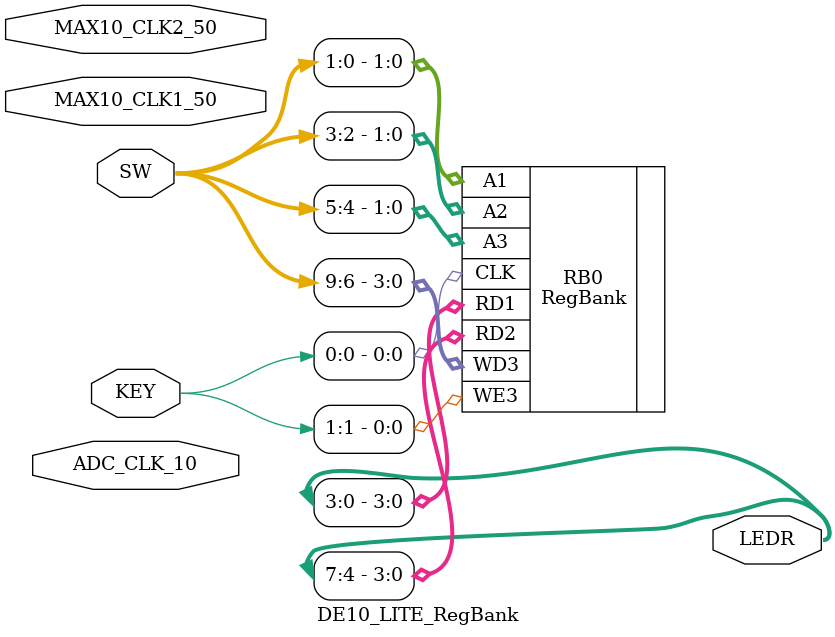
<source format=v>


module DE10_LITE_RegBank(

	//////////// CLOCK //////////
	input 		          		ADC_CLK_10,
	input 		          		MAX10_CLK1_50,
	input 		          		MAX10_CLK2_50,

	//////////// KEY //////////
	input 		     [1:0]		KEY,

	//////////// LED //////////
	output		     [9:0]		LEDR,

	//////////// SW //////////
	input 		     [9:0]		SW
);



//=======================================================
//  REG/WIRE declarations
//=======================================================




//=======================================================
//  Structural coding
//=======================================================

RegBank #(
.WIDTH (4),.SIZE(2))
RB0 ( .CLK (KEY[0]),
.WE3 (KEY[1]),
.A1 (SW[1:0]),
.A2 (SW[3:2]),
.A3 (SW[5:4]),
.WD3 (SW[9:6]),
.RD1 (LEDR[3:0]),
.RD2 (LEDR[7:4]));


endmodule

</source>
